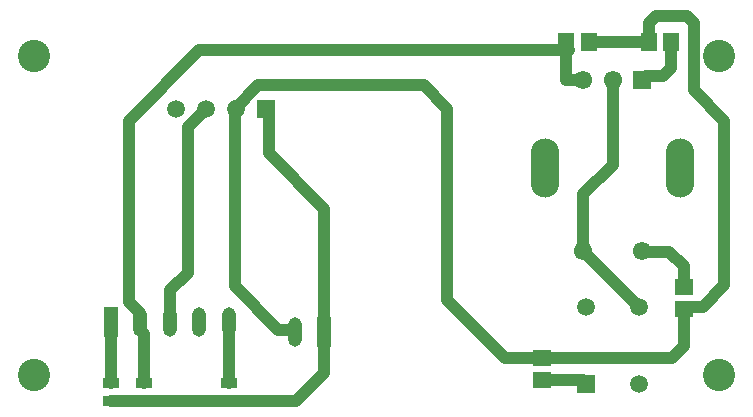
<source format=gtl>
G04*
G04 #@! TF.GenerationSoftware,Altium Limited,Altium Designer,20.2.6 (244)*
G04*
G04 Layer_Physical_Order=1*
G04 Layer_Color=255*
%FSLAX25Y25*%
%MOIN*%
G70*
G04*
G04 #@! TF.SameCoordinates,29AB004D-2CC8-4C0B-A097-626F2230A58D*
G04*
G04*
G04 #@! TF.FilePolarity,Positive*
G04*
G01*
G75*
%ADD10R,0.05315X0.03740*%
%ADD11R,0.05512X0.06102*%
%ADD12R,0.06102X0.05512*%
%ADD19C,0.06102*%
%ADD20R,0.06102X0.06102*%
G04:AMPARAMS|DCode=21|XSize=94.49mil|YSize=196.85mil|CornerRadius=47.24mil|HoleSize=0mil|Usage=FLASHONLY|Rotation=180.000|XOffset=0mil|YOffset=0mil|HoleType=Round|Shape=RoundedRectangle|*
%AMROUNDEDRECTD21*
21,1,0.09449,0.10236,0,0,180.0*
21,1,0.00000,0.19685,0,0,180.0*
1,1,0.09449,0.00000,0.05118*
1,1,0.09449,0.00000,0.05118*
1,1,0.09449,0.00000,-0.05118*
1,1,0.09449,0.00000,-0.05118*
%
%ADD21ROUNDEDRECTD21*%
%ADD22C,0.10748*%
%ADD24C,0.03937*%
%ADD25C,0.05906*%
%ADD26R,0.05906X0.05906*%
%ADD27R,0.04724X0.09843*%
%ADD28O,0.04724X0.09843*%
%ADD29R,0.05906X0.05906*%
D10*
X76800Y14853D02*
D03*
Y8947D02*
D03*
X48500Y14853D02*
D03*
Y8947D02*
D03*
X37400Y14853D02*
D03*
Y8947D02*
D03*
D11*
X196654Y128560D02*
D03*
X189173D02*
D03*
X224213Y128560D02*
D03*
X216732D02*
D03*
D12*
X228346Y39567D02*
D03*
Y47047D02*
D03*
X181102Y23425D02*
D03*
Y15945D02*
D03*
D19*
X214567Y59055D02*
D03*
X194882D02*
D03*
Y116142D02*
D03*
X204724D02*
D03*
D20*
X214567D02*
D03*
D21*
X227165Y86614D02*
D03*
X182283D02*
D03*
D22*
X11811Y124016D02*
D03*
X240157D02*
D03*
Y17717D02*
D03*
X11811D02*
D03*
D24*
X90039Y91561D02*
X108600Y73000D01*
X90039Y91561D02*
Y105315D01*
X89055Y106299D02*
X90039Y105315D01*
X78898Y106457D02*
X86614Y114173D01*
X78740Y106299D02*
X78898Y106457D01*
X78740Y106299D02*
Y107209D01*
Y47244D02*
Y106299D01*
X86614Y114173D02*
X141732D01*
X66929Y125984D02*
X190124D01*
X189173D02*
Y128560D01*
Y116142D02*
Y125984D01*
X43400Y102455D02*
X66929Y125984D01*
X189173Y116142D02*
X194882D01*
X141732Y114173D02*
X149600Y106306D01*
X78740Y47244D02*
X93232Y32752D01*
X98394D02*
X98757Y32388D01*
X93232Y32752D02*
X98394D01*
X98757Y31900D02*
Y32388D01*
X62992Y100236D02*
X69055Y106299D01*
X62992Y51792D02*
Y100236D01*
X57087Y45887D02*
X62992Y51792D01*
X149600Y42700D02*
Y106306D01*
X43400Y42049D02*
Y102455D01*
X108600Y31900D02*
Y73000D01*
X43400Y42049D02*
X47244Y38205D01*
Y32661D02*
Y38205D01*
X57087Y35433D02*
Y45887D01*
X47244Y32661D02*
X48500Y31405D01*
Y14853D02*
Y31405D01*
X189173Y116142D02*
X189173Y116142D01*
X219038Y137300D02*
X229509D01*
X231815Y134994D01*
Y112585D02*
Y134994D01*
X241900Y47600D02*
Y102500D01*
X231815Y112585D02*
X241900Y102500D01*
X228346Y39567D02*
X229134Y40354D01*
X234654D01*
X241900Y47600D01*
X214567Y59055D02*
X214884Y58738D01*
X223524D01*
X228346Y53915D01*
Y47047D02*
Y53915D01*
X216732Y128560D02*
Y134994D01*
X219038Y137300D01*
X194882Y59055D02*
Y59055D01*
Y59055D02*
X213583Y40354D01*
Y40354D02*
Y40354D01*
X168875Y23425D02*
X181102D01*
X149600Y42700D02*
X168875Y23425D01*
X108600Y18500D02*
Y31900D01*
X99047Y8947D02*
X108600Y18500D01*
X37402Y35433D02*
Y37992D01*
X224213Y120013D02*
Y128560D01*
X221424Y117224D02*
X224213Y120013D01*
X215650Y117224D02*
X221424D01*
X214567Y116142D02*
X215650Y117224D01*
X196654Y128560D02*
X196654Y128560D01*
X216732D01*
X216732Y128560D01*
X194882Y59055D02*
Y77982D01*
X204724Y87824D02*
Y116142D01*
X194882Y77982D02*
X204724Y87824D01*
X181102Y23425D02*
X224525D01*
X228346Y27246D02*
Y39567D01*
X224525Y23425D02*
X228346Y27246D01*
X181102Y15945D02*
X194685D01*
X195866Y14764D01*
X76800Y8947D02*
X99047D01*
X48500D02*
X76800D01*
X37400D02*
X48500D01*
X76772Y35433D02*
X76786Y35419D01*
Y14867D02*
Y35419D01*
Y14867D02*
X76800Y14853D01*
X37401Y14853D02*
Y35432D01*
X37400Y14853D02*
X37401Y14853D01*
D25*
X59055Y106299D02*
D03*
X69055D02*
D03*
X79055D02*
D03*
X213583Y14764D02*
D03*
Y40354D02*
D03*
X195866D02*
D03*
D26*
X89055Y106299D02*
D03*
D27*
X108600Y31900D02*
D03*
X37402Y35433D02*
D03*
D28*
X98757Y31900D02*
D03*
X76772Y35433D02*
D03*
X66929D02*
D03*
X57087D02*
D03*
X47244D02*
D03*
D29*
X195866Y14764D02*
D03*
M02*

</source>
